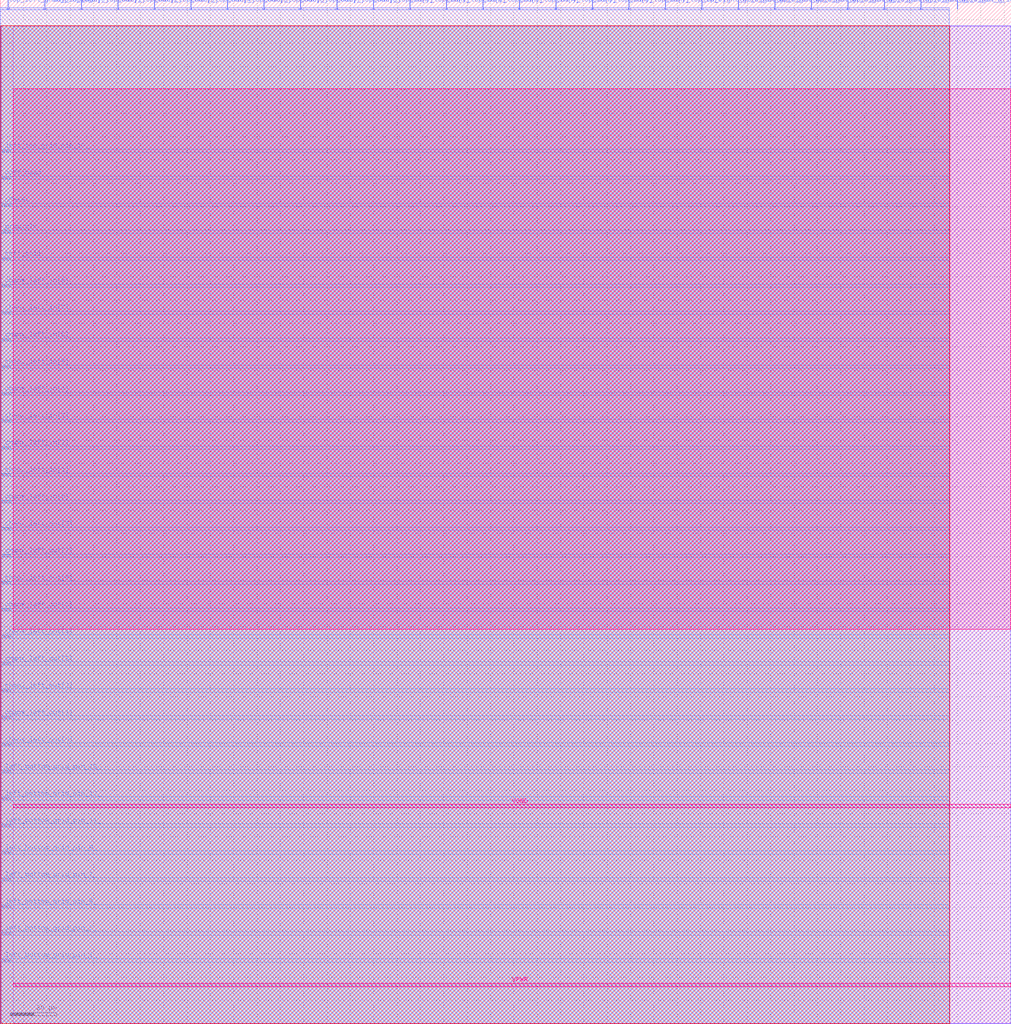
<source format=lef>
VERSION 5.7 ;
  NAMESCASESENSITIVE ON ;
  NOWIREEXTENSIONATPIN ON ;
  DIVIDERCHAR "/" ;
  BUSBITCHARS "[]" ;
UNITS
  DATABASE MICRONS 200 ;
END UNITS

MACRO sb_3__0_
  CLASS BLOCK ;
  FOREIGN sb_3__0_ ;
  ORIGIN 0.000 0.000 ;
  SIZE 433.050 BY 438.525 ;
  PIN left_bottom_grid_pin_1_
    DIRECTION INPUT ;
    PORT
      LAYER met3 ;
        RECT 0.000 26.800 4.000 27.400 ;
    END
  END left_bottom_grid_pin_1_
  PIN left_bottom_grid_pin_3_
    DIRECTION INPUT ;
    PORT
      LAYER met3 ;
        RECT 0.000 38.360 4.000 38.960 ;
    END
  END left_bottom_grid_pin_3_
  PIN left_bottom_grid_pin_5_
    DIRECTION INPUT ;
    PORT
      LAYER met3 ;
        RECT 0.000 49.920 4.000 50.520 ;
    END
  END left_bottom_grid_pin_5_
  PIN left_bottom_grid_pin_7_
    DIRECTION INPUT ;
    PORT
      LAYER met3 ;
        RECT 0.000 61.480 4.000 62.080 ;
    END
  END left_bottom_grid_pin_7_
  PIN left_bottom_grid_pin_9_
    DIRECTION INPUT ;
    PORT
      LAYER met3 ;
        RECT 0.000 73.040 4.000 73.640 ;
    END
  END left_bottom_grid_pin_9_
  PIN left_bottom_grid_pin_11_
    DIRECTION INPUT ;
    PORT
      LAYER met3 ;
        RECT 0.000 84.600 4.000 85.200 ;
    END
  END left_bottom_grid_pin_11_
  PIN left_bottom_grid_pin_13_
    DIRECTION INPUT ;
    PORT
      LAYER met3 ;
        RECT 0.000 96.160 4.000 96.760 ;
    END
  END left_bottom_grid_pin_13_
  PIN left_bottom_grid_pin_15_
    DIRECTION INPUT ;
    PORT
      LAYER met3 ;
        RECT 0.000 107.720 4.000 108.320 ;
    END
  END left_bottom_grid_pin_15_
  PIN chanx_left_out[0]
    DIRECTION OUTPUT TRISTATE ;
    PORT
      LAYER met3 ;
        RECT 0.000 119.280 4.000 119.880 ;
    END
  END chanx_left_out[0]
  PIN chanx_left_out[1]
    DIRECTION OUTPUT TRISTATE ;
    PORT
      LAYER met3 ;
        RECT 0.000 130.840 4.000 131.440 ;
    END
  END chanx_left_out[1]
  PIN chanx_left_out[2]
    DIRECTION OUTPUT TRISTATE ;
    PORT
      LAYER met3 ;
        RECT 0.000 142.400 4.000 143.000 ;
    END
  END chanx_left_out[2]
  PIN chanx_left_out[3]
    DIRECTION OUTPUT TRISTATE ;
    PORT
      LAYER met3 ;
        RECT 0.000 153.960 4.000 154.560 ;
    END
  END chanx_left_out[3]
  PIN chanx_left_out[4]
    DIRECTION OUTPUT TRISTATE ;
    PORT
      LAYER met3 ;
        RECT 0.000 165.520 4.000 166.120 ;
    END
  END chanx_left_out[4]
  PIN chanx_left_out[5]
    DIRECTION OUTPUT TRISTATE ;
    PORT
      LAYER met3 ;
        RECT 0.000 177.080 4.000 177.680 ;
    END
  END chanx_left_out[5]
  PIN chanx_left_out[6]
    DIRECTION OUTPUT TRISTATE ;
    PORT
      LAYER met3 ;
        RECT 0.000 188.640 4.000 189.240 ;
    END
  END chanx_left_out[6]
  PIN chanx_left_out[7]
    DIRECTION OUTPUT TRISTATE ;
    PORT
      LAYER met3 ;
        RECT 0.000 200.200 4.000 200.800 ;
    END
  END chanx_left_out[7]
  PIN chanx_left_out[8]
    DIRECTION OUTPUT TRISTATE ;
    PORT
      LAYER met3 ;
        RECT 0.000 211.760 4.000 212.360 ;
    END
  END chanx_left_out[8]
  PIN chanx_left_in[0]
    DIRECTION INPUT ;
    PORT
      LAYER met3 ;
        RECT 0.000 223.320 4.000 223.920 ;
    END
  END chanx_left_in[0]
  PIN chanx_left_in[1]
    DIRECTION INPUT ;
    PORT
      LAYER met3 ;
        RECT 0.000 234.880 4.000 235.480 ;
    END
  END chanx_left_in[1]
  PIN chanx_left_in[2]
    DIRECTION INPUT ;
    PORT
      LAYER met3 ;
        RECT 0.000 246.440 4.000 247.040 ;
    END
  END chanx_left_in[2]
  PIN chanx_left_in[3]
    DIRECTION INPUT ;
    PORT
      LAYER met3 ;
        RECT 0.000 258.000 4.000 258.600 ;
    END
  END chanx_left_in[3]
  PIN chanx_left_in[4]
    DIRECTION INPUT ;
    PORT
      LAYER met3 ;
        RECT 0.000 269.560 4.000 270.160 ;
    END
  END chanx_left_in[4]
  PIN chanx_left_in[5]
    DIRECTION INPUT ;
    PORT
      LAYER met3 ;
        RECT 0.000 281.120 4.000 281.720 ;
    END
  END chanx_left_in[5]
  PIN chanx_left_in[6]
    DIRECTION INPUT ;
    PORT
      LAYER met3 ;
        RECT 0.000 292.680 4.000 293.280 ;
    END
  END chanx_left_in[6]
  PIN chanx_left_in[7]
    DIRECTION INPUT ;
    PORT
      LAYER met3 ;
        RECT 0.000 304.240 4.000 304.840 ;
    END
  END chanx_left_in[7]
  PIN chanx_left_in[8]
    DIRECTION INPUT ;
    PORT
      LAYER met3 ;
        RECT 0.000 315.800 4.000 316.400 ;
    END
  END chanx_left_in[8]
  PIN ccff_tail
    DIRECTION OUTPUT TRISTATE ;
    PORT
      LAYER met3 ;
        RECT 0.000 327.360 4.000 327.960 ;
    END
  END ccff_tail
  PIN prog_clk
    DIRECTION INPUT ;
    PORT
      LAYER met3 ;
        RECT 0.000 338.920 4.000 339.520 ;
    END
  END prog_clk
  PIN pReset
    DIRECTION INPUT ;
    PORT
      LAYER met3 ;
        RECT 0.000 350.480 4.000 351.080 ;
    END
  END pReset
  PIN ccff_head
    DIRECTION INPUT ;
    PORT
      LAYER met3 ;
        RECT 0.000 362.040 4.000 362.640 ;
    END
  END ccff_head
  PIN left_top_grid_pin_10_
    DIRECTION OUTPUT TRISTATE ;
    PORT
      LAYER met3 ;
        RECT 0.000 373.600 4.000 374.200 ;
    END
  END left_top_grid_pin_10_
  PIN top_left_grid_pin_13_
    DIRECTION INPUT ;
    PORT
      LAYER met2 ;
        RECT 3.310 434.525 3.590 438.525 ;
    END
  END top_left_grid_pin_13_
  PIN chany_top_out[0]
    DIRECTION OUTPUT TRISTATE ;
    PORT
      LAYER met2 ;
        RECT 18.950 434.525 19.230 438.525 ;
    END
  END chany_top_out[0]
  PIN chany_top_out[1]
    DIRECTION OUTPUT TRISTATE ;
    PORT
      LAYER met2 ;
        RECT 34.590 434.525 34.870 438.525 ;
    END
  END chany_top_out[1]
  PIN chany_top_out[2]
    DIRECTION OUTPUT TRISTATE ;
    PORT
      LAYER met2 ;
        RECT 50.230 434.525 50.510 438.525 ;
    END
  END chany_top_out[2]
  PIN chany_top_out[3]
    DIRECTION OUTPUT TRISTATE ;
    PORT
      LAYER met2 ;
        RECT 65.870 434.525 66.150 438.525 ;
    END
  END chany_top_out[3]
  PIN chany_top_out[4]
    DIRECTION OUTPUT TRISTATE ;
    PORT
      LAYER met2 ;
        RECT 81.510 434.525 81.790 438.525 ;
    END
  END chany_top_out[4]
  PIN chany_top_out[5]
    DIRECTION OUTPUT TRISTATE ;
    PORT
      LAYER met2 ;
        RECT 97.150 434.525 97.430 438.525 ;
    END
  END chany_top_out[5]
  PIN chany_top_out[6]
    DIRECTION OUTPUT TRISTATE ;
    PORT
      LAYER met2 ;
        RECT 112.790 434.525 113.070 438.525 ;
    END
  END chany_top_out[6]
  PIN chany_top_out[7]
    DIRECTION OUTPUT TRISTATE ;
    PORT
      LAYER met2 ;
        RECT 128.430 434.525 128.710 438.525 ;
    END
  END chany_top_out[7]
  PIN chany_top_out[8]
    DIRECTION OUTPUT TRISTATE ;
    PORT
      LAYER met2 ;
        RECT 144.070 434.525 144.350 438.525 ;
    END
  END chany_top_out[8]
  PIN chany_top_in[0]
    DIRECTION INPUT ;
    PORT
      LAYER met2 ;
        RECT 159.710 434.525 159.990 438.525 ;
    END
  END chany_top_in[0]
  PIN chany_top_in[1]
    DIRECTION INPUT ;
    PORT
      LAYER met2 ;
        RECT 175.350 434.525 175.630 438.525 ;
    END
  END chany_top_in[1]
  PIN chany_top_in[2]
    DIRECTION INPUT ;
    PORT
      LAYER met2 ;
        RECT 190.990 434.525 191.270 438.525 ;
    END
  END chany_top_in[2]
  PIN chany_top_in[3]
    DIRECTION INPUT ;
    PORT
      LAYER met2 ;
        RECT 206.630 434.525 206.910 438.525 ;
    END
  END chany_top_in[3]
  PIN chany_top_in[4]
    DIRECTION INPUT ;
    PORT
      LAYER met2 ;
        RECT 222.270 434.525 222.550 438.525 ;
    END
  END chany_top_in[4]
  PIN chany_top_in[5]
    DIRECTION INPUT ;
    PORT
      LAYER met2 ;
        RECT 237.910 434.525 238.190 438.525 ;
    END
  END chany_top_in[5]
  PIN chany_top_in[6]
    DIRECTION INPUT ;
    PORT
      LAYER met2 ;
        RECT 253.550 434.525 253.830 438.525 ;
    END
  END chany_top_in[6]
  PIN chany_top_in[7]
    DIRECTION INPUT ;
    PORT
      LAYER met2 ;
        RECT 269.190 434.525 269.470 438.525 ;
    END
  END chany_top_in[7]
  PIN chany_top_in[8]
    DIRECTION INPUT ;
    PORT
      LAYER met2 ;
        RECT 284.830 434.525 285.110 438.525 ;
    END
  END chany_top_in[8]
  PIN top_right_grid_pin_15_
    DIRECTION INPUT ;
    PORT
      LAYER met2 ;
        RECT 300.470 434.525 300.750 438.525 ;
    END
  END top_right_grid_pin_15_
  PIN top_right_grid_pin_13_
    DIRECTION INPUT ;
    PORT
      LAYER met2 ;
        RECT 316.110 434.525 316.390 438.525 ;
    END
  END top_right_grid_pin_13_
  PIN top_right_grid_pin_11_
    DIRECTION INPUT ;
    PORT
      LAYER met2 ;
        RECT 331.750 434.525 332.030 438.525 ;
    END
  END top_right_grid_pin_11_
  PIN top_right_grid_pin_9_
    DIRECTION INPUT ;
    PORT
      LAYER met2 ;
        RECT 347.390 434.525 347.670 438.525 ;
    END
  END top_right_grid_pin_9_
  PIN top_right_grid_pin_7_
    DIRECTION INPUT ;
    PORT
      LAYER met2 ;
        RECT 363.030 434.525 363.310 438.525 ;
    END
  END top_right_grid_pin_7_
  PIN top_right_grid_pin_5_
    DIRECTION INPUT ;
    PORT
      LAYER met2 ;
        RECT 378.670 434.525 378.950 438.525 ;
    END
  END top_right_grid_pin_5_
  PIN top_right_grid_pin_3_
    DIRECTION INPUT ;
    PORT
      LAYER met2 ;
        RECT 394.310 434.525 394.590 438.525 ;
    END
  END top_right_grid_pin_3_
  PIN top_right_grid_pin_1_
    DIRECTION INPUT ;
    PORT
      LAYER met2 ;
        RECT 409.950 434.525 410.230 438.525 ;
    END
  END top_right_grid_pin_1_
  PIN VPWR
    DIRECTION INPUT ;
    USE POWER ;
    PORT
      LAYER met5 ;
        RECT 5.520 15.850 432.860 17.450 ;
    END
  END VPWR
  PIN VGND
    DIRECTION INPUT ;
    USE GROUND ;
    PORT
      LAYER met5 ;
        RECT 5.520 92.440 432.860 94.040 ;
    END
  END VGND
  OBS
      LAYER li1 ;
        RECT 5.520 0.155 432.860 427.365 ;
      LAYER met1 ;
        RECT 0.530 0.000 432.860 427.520 ;
      LAYER met2 ;
        RECT 0.090 434.245 3.030 435.170 ;
        RECT 3.870 434.245 18.670 435.170 ;
        RECT 19.510 434.245 34.310 435.170 ;
        RECT 35.150 434.245 49.950 435.170 ;
        RECT 50.790 434.245 65.590 435.170 ;
        RECT 66.430 434.245 81.230 435.170 ;
        RECT 82.070 434.245 96.870 435.170 ;
        RECT 97.710 434.245 112.510 435.170 ;
        RECT 113.350 434.245 128.150 435.170 ;
        RECT 128.990 434.245 143.790 435.170 ;
        RECT 144.630 434.245 159.430 435.170 ;
        RECT 160.270 434.245 175.070 435.170 ;
        RECT 175.910 434.245 190.710 435.170 ;
        RECT 191.550 434.245 206.350 435.170 ;
        RECT 207.190 434.245 221.990 435.170 ;
        RECT 222.830 434.245 237.630 435.170 ;
        RECT 238.470 434.245 253.270 435.170 ;
        RECT 254.110 434.245 268.910 435.170 ;
        RECT 269.750 434.245 284.550 435.170 ;
        RECT 285.390 434.245 300.190 435.170 ;
        RECT 301.030 434.245 315.830 435.170 ;
        RECT 316.670 434.245 331.470 435.170 ;
        RECT 332.310 434.245 347.110 435.170 ;
        RECT 347.950 434.245 362.750 435.170 ;
        RECT 363.590 434.245 378.390 435.170 ;
        RECT 379.230 434.245 394.030 435.170 ;
        RECT 394.870 434.245 406.580 435.170 ;
        RECT 0.090 0.000 406.580 434.245 ;
      LAYER met3 ;
        RECT 0.270 374.600 406.640 427.445 ;
        RECT 4.400 373.200 406.640 374.600 ;
        RECT 0.270 363.040 406.640 373.200 ;
        RECT 4.400 361.640 406.640 363.040 ;
        RECT 0.270 351.480 406.640 361.640 ;
        RECT 4.400 350.080 406.640 351.480 ;
        RECT 0.270 339.920 406.640 350.080 ;
        RECT 4.400 338.520 406.640 339.920 ;
        RECT 0.270 328.360 406.640 338.520 ;
        RECT 4.400 326.960 406.640 328.360 ;
        RECT 0.270 316.800 406.640 326.960 ;
        RECT 4.400 315.400 406.640 316.800 ;
        RECT 0.270 305.240 406.640 315.400 ;
        RECT 4.400 303.840 406.640 305.240 ;
        RECT 0.270 293.680 406.640 303.840 ;
        RECT 4.400 292.280 406.640 293.680 ;
        RECT 0.270 282.120 406.640 292.280 ;
        RECT 4.400 280.720 406.640 282.120 ;
        RECT 0.270 270.560 406.640 280.720 ;
        RECT 4.400 269.160 406.640 270.560 ;
        RECT 0.270 259.000 406.640 269.160 ;
        RECT 4.400 257.600 406.640 259.000 ;
        RECT 0.270 247.440 406.640 257.600 ;
        RECT 4.400 246.040 406.640 247.440 ;
        RECT 0.270 235.880 406.640 246.040 ;
        RECT 4.400 234.480 406.640 235.880 ;
        RECT 0.270 224.320 406.640 234.480 ;
        RECT 4.400 222.920 406.640 224.320 ;
        RECT 0.270 212.760 406.640 222.920 ;
        RECT 4.400 211.360 406.640 212.760 ;
        RECT 0.270 201.200 406.640 211.360 ;
        RECT 4.400 199.800 406.640 201.200 ;
        RECT 0.270 189.640 406.640 199.800 ;
        RECT 4.400 188.240 406.640 189.640 ;
        RECT 0.270 178.080 406.640 188.240 ;
        RECT 4.400 176.680 406.640 178.080 ;
        RECT 0.270 166.520 406.640 176.680 ;
        RECT 4.400 165.120 406.640 166.520 ;
        RECT 0.270 154.960 406.640 165.120 ;
        RECT 4.400 153.560 406.640 154.960 ;
        RECT 0.270 143.400 406.640 153.560 ;
        RECT 4.400 142.000 406.640 143.400 ;
        RECT 0.270 131.840 406.640 142.000 ;
        RECT 4.400 130.440 406.640 131.840 ;
        RECT 0.270 120.280 406.640 130.440 ;
        RECT 4.400 118.880 406.640 120.280 ;
        RECT 0.270 108.720 406.640 118.880 ;
        RECT 4.400 107.320 406.640 108.720 ;
        RECT 0.270 97.160 406.640 107.320 ;
        RECT 4.400 95.760 406.640 97.160 ;
        RECT 0.270 85.600 406.640 95.760 ;
        RECT 4.400 84.200 406.640 85.600 ;
        RECT 0.270 74.040 406.640 84.200 ;
        RECT 4.400 72.640 406.640 74.040 ;
        RECT 0.270 62.480 406.640 72.640 ;
        RECT 4.400 61.080 406.640 62.480 ;
        RECT 0.270 50.920 406.640 61.080 ;
        RECT 4.400 49.520 406.640 50.920 ;
        RECT 0.270 39.360 406.640 49.520 ;
        RECT 4.400 37.960 406.640 39.360 ;
        RECT 0.270 27.800 406.640 37.960 ;
        RECT 4.400 26.400 406.640 27.800 ;
        RECT 0.270 0.075 406.640 26.400 ;
      LAYER met4 ;
        RECT 0.295 0.000 406.640 427.520 ;
      LAYER met5 ;
        RECT 5.520 169.030 432.860 400.400 ;
  END
END sb_3__0_
END LIBRARY


</source>
